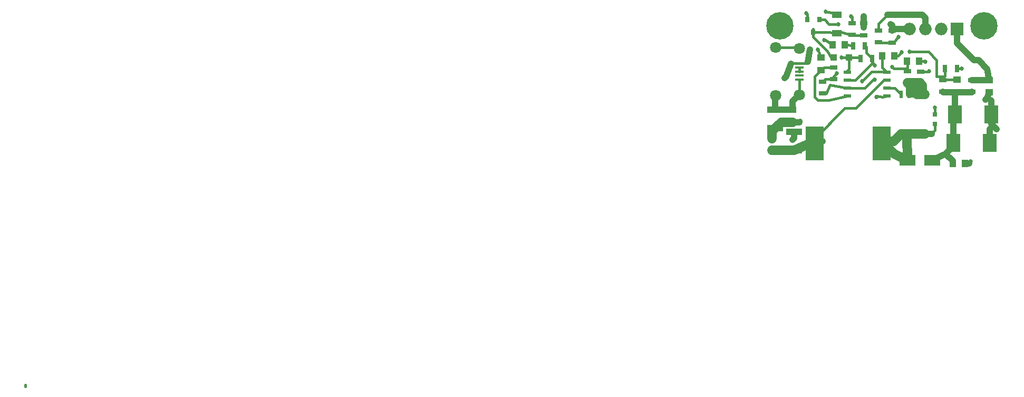
<source format=gtl>
G04 #@! TF.FileFunction,Copper,L1,Top,Signal*
%FSLAX46Y46*%
G04 Gerber Fmt 4.6, Leading zero omitted, Abs format (unit mm)*
G04 Created by KiCad (PCBNEW 4.0.7-e2-6376~60~ubuntu17.10.1) date Sun Feb  4 18:44:20 2018*
%MOMM*%
%LPD*%
G01*
G04 APERTURE LIST*
%ADD10C,0.100000*%
%ADD11R,0.800000X0.900000*%
%ADD12R,1.143000X0.508000*%
%ADD13R,1.350000X0.400000*%
%ADD14C,1.800000*%
%ADD15R,0.700000X1.300000*%
%ADD16R,1.300000X0.700000*%
%ADD17R,0.750000X0.800000*%
%ADD18R,1.000000X1.250000*%
%ADD19R,1.250000X1.000000*%
%ADD20R,0.508000X1.143000*%
%ADD21R,1.000000X1.000000*%
%ADD22C,4.400000*%
%ADD23R,2.900000X5.400000*%
%ADD24R,2.200000X3.000000*%
%ADD25O,1.998980X1.998980*%
%ADD26R,1.998980X1.998980*%
%ADD27R,2.500000X1.000000*%
%ADD28R,1.600000X1.000000*%
%ADD29R,2.500000X1.800000*%
%ADD30C,0.685800*%
%ADD31C,0.381000*%
%ADD32C,1.000000*%
%ADD33C,0.400000*%
%ADD34C,1.500000*%
G04 APERTURE END LIST*
D10*
D11*
X144968000Y-84344000D03*
X143068000Y-84344000D03*
X144018000Y-86344000D03*
D12*
X155829000Y-92837000D03*
X155829000Y-94107000D03*
X155829000Y-95377000D03*
X155829000Y-96647000D03*
X149479000Y-96647000D03*
X149479000Y-95377000D03*
X149479000Y-94107000D03*
X149479000Y-92837000D03*
D13*
X141812000Y-91410000D03*
X141812000Y-92060000D03*
X141812000Y-92710000D03*
X141812000Y-93360000D03*
X141812000Y-94010000D03*
D14*
X141812000Y-88985000D03*
X141787000Y-96435000D03*
X137987000Y-88835000D03*
X137987000Y-96585000D03*
D15*
X165166000Y-92202000D03*
X167066000Y-92202000D03*
D16*
X164846000Y-95946000D03*
X164846000Y-94046000D03*
X161277300Y-94650600D03*
X161277300Y-92750600D03*
X159143700Y-94523600D03*
X159143700Y-92623600D03*
D15*
X152308600Y-88544400D03*
X150408600Y-88544400D03*
X153464300Y-90601800D03*
X151564300Y-90601800D03*
D16*
X147320000Y-92014000D03*
X147320000Y-93914000D03*
X169456100Y-94084100D03*
X169456100Y-95984100D03*
X137414000Y-105344000D03*
X137414000Y-103444000D03*
D17*
X163576000Y-101080000D03*
X163576000Y-99580000D03*
D18*
X159020000Y-91059000D03*
X161020000Y-91059000D03*
D19*
X145288000Y-92440000D03*
X145288000Y-90440000D03*
D18*
X147082000Y-88392000D03*
X149082000Y-88392000D03*
D20*
X161925000Y-102743000D03*
X160655000Y-102743000D03*
X159385000Y-102743000D03*
X158115000Y-102743000D03*
X158115000Y-96393000D03*
X159385000Y-96393000D03*
X160655000Y-96393000D03*
X161925000Y-96393000D03*
D16*
X156667200Y-88046600D03*
X156667200Y-86146600D03*
D18*
X166386000Y-107442000D03*
X168386000Y-107442000D03*
D19*
X167132000Y-95996000D03*
X167132000Y-93996000D03*
D21*
X147258720Y-90434160D03*
X149758720Y-90434160D03*
D16*
X152120600Y-86852800D03*
X152120600Y-84952800D03*
X150215600Y-84902000D03*
X150215600Y-86802000D03*
D19*
X140716000Y-100822000D03*
X140716000Y-98822000D03*
D16*
X154457400Y-88008500D03*
X154457400Y-86108500D03*
D19*
X172275500Y-94046800D03*
X172275500Y-96046800D03*
D22*
X171450000Y-85344000D03*
X138684000Y-85344000D03*
D18*
X155057600Y-90220800D03*
X157057600Y-90220800D03*
D16*
X145542000Y-96200000D03*
X145542000Y-94300000D03*
D23*
X155006000Y-104267000D03*
X144206000Y-104267000D03*
D24*
X166518000Y-104140000D03*
X172318000Y-104140000D03*
X166772000Y-99568000D03*
X172572000Y-99568000D03*
D25*
X159512000Y-85852000D03*
D26*
X167132000Y-85852000D03*
D25*
X164592000Y-85852000D03*
X162052000Y-85852000D03*
D27*
X140970000Y-105386000D03*
X140970000Y-102386000D03*
D28*
X147828000Y-86590000D03*
X147828000Y-83590000D03*
D27*
X137922000Y-101830000D03*
X137922000Y-98830000D03*
D29*
X163099500Y-106997500D03*
X159099500Y-106997500D03*
D30*
X150114000Y-83820000D03*
X140716000Y-103632000D03*
X144780000Y-89154000D03*
X146050000Y-83058000D03*
X142875000Y-83350100D03*
X162585400Y-92684600D03*
X162026600Y-91097100D03*
X158165800Y-89623900D03*
X154178000Y-96774000D03*
X163576000Y-98450400D03*
X167830500Y-92252800D03*
X171691300Y-97256600D03*
X172478700Y-97282000D03*
X173405800Y-101942900D03*
X172415200Y-101904800D03*
X169329100Y-107149900D03*
X145796000Y-87630000D03*
X148590000Y-90424000D03*
X156718000Y-91948000D03*
X153924000Y-93980000D03*
X141986000Y-100584000D03*
X139446000Y-93726000D03*
X143510000Y-89154000D03*
X152120600Y-85572600D03*
X152146000Y-83820000D03*
X156464000Y-85090000D03*
X159512000Y-89535000D03*
X153924000Y-91694000D03*
X151892000Y-94234000D03*
X147828000Y-92964000D03*
X148082000Y-85090000D03*
X157734000Y-87122000D03*
D31*
X17526000Y-143263300D02*
X17526000Y-142989300D01*
X137987000Y-88835000D02*
X141662000Y-88835000D01*
X141662000Y-88835000D02*
X141812000Y-88985000D01*
X141812000Y-94010000D02*
X141812000Y-96410000D01*
X141812000Y-96410000D02*
X141787000Y-96435000D01*
X150215600Y-84902000D02*
X150215600Y-83921600D01*
X150215600Y-83921600D02*
X150114000Y-83820000D01*
D32*
X140970000Y-102386000D02*
X140970000Y-103378000D01*
X140970000Y-103378000D02*
X140716000Y-103632000D01*
X140716000Y-98822000D02*
X137930000Y-98822000D01*
X137930000Y-98822000D02*
X137922000Y-98830000D01*
X140716000Y-98822000D02*
X140716000Y-97506000D01*
X140716000Y-97506000D02*
X141787000Y-96435000D01*
X137922000Y-98830000D02*
X137922000Y-96650000D01*
X137922000Y-96650000D02*
X137987000Y-96585000D01*
D31*
X145288000Y-90440000D02*
X144764000Y-89170000D01*
X144764000Y-89170000D02*
X144780000Y-89154000D01*
X147828000Y-83590000D02*
X147828000Y-83413600D01*
X147828000Y-83413600D02*
X146050000Y-83058000D01*
X143068000Y-84344000D02*
X143068000Y-83543100D01*
X143068000Y-83543100D02*
X142875000Y-83350100D01*
X161277300Y-92750600D02*
X162519400Y-92750600D01*
X162519400Y-92750600D02*
X162585400Y-92684600D01*
X161020000Y-91059000D02*
X161988500Y-91059000D01*
X161988500Y-91059000D02*
X162026600Y-91097100D01*
X157057600Y-90220800D02*
X157568900Y-90220800D01*
X157568900Y-90220800D02*
X158165800Y-89623900D01*
X155194000Y-96774000D02*
X154178000Y-96634300D01*
X154178000Y-96634300D02*
X154178000Y-96774000D01*
X155829000Y-96647000D02*
X155194000Y-96774000D01*
X163576000Y-99580000D02*
X163576000Y-98450400D01*
X167066000Y-92202000D02*
X167779700Y-92202000D01*
X167779700Y-92202000D02*
X167830500Y-92252800D01*
D32*
X172572000Y-99568000D02*
X172572000Y-97375300D01*
X171958000Y-96989900D02*
X172275500Y-96046800D01*
X171691300Y-97256600D02*
X171958000Y-96989900D01*
X172572000Y-97375300D02*
X172478700Y-97282000D01*
X172318000Y-104140000D02*
X172318000Y-102002000D01*
X172572000Y-101109100D02*
X172572000Y-99568000D01*
X173405800Y-101942900D02*
X172572000Y-101109100D01*
X172318000Y-102002000D02*
X172415200Y-101904800D01*
X168386000Y-107442000D02*
X169037000Y-107442000D01*
D31*
X169037000Y-107442000D02*
X169329100Y-107149900D01*
X149758720Y-90434160D02*
X148600160Y-90434160D01*
X145872200Y-87553800D02*
X147082000Y-88392000D01*
X145796000Y-87630000D02*
X145872200Y-87553800D01*
X148600160Y-90434160D02*
X148590000Y-90424000D01*
X149758720Y-90434160D02*
X151396660Y-90434160D01*
X151396660Y-90434160D02*
X151564300Y-90601800D01*
X149479000Y-92837000D02*
X149479000Y-92583000D01*
X149479000Y-92583000D02*
X149758720Y-92303280D01*
X149758720Y-92303280D02*
X149758720Y-90434160D01*
X150408600Y-88544400D02*
X149107400Y-88366600D01*
X149107400Y-88366600D02*
X149082000Y-88392000D01*
X147320000Y-92014000D02*
X145714000Y-92014000D01*
X145714000Y-92014000D02*
X145288000Y-92440000D01*
D33*
X145288000Y-92440000D02*
X144780000Y-92964000D01*
X146558000Y-97282000D02*
X149479000Y-96647000D01*
X144780000Y-97282000D02*
X146558000Y-97282000D01*
X144272000Y-96774000D02*
X144780000Y-97282000D01*
X144272000Y-93472000D02*
X144272000Y-96774000D01*
X144780000Y-92964000D02*
X144272000Y-93472000D01*
D31*
X149479000Y-95377000D02*
X152273000Y-95377000D01*
X156972000Y-92202000D02*
X159143700Y-92202000D01*
X156718000Y-91948000D02*
X156972000Y-92202000D01*
X153670000Y-93980000D02*
X153924000Y-93980000D01*
X152273000Y-95377000D02*
X153670000Y-93980000D01*
X145542000Y-96200000D02*
X146116000Y-96200000D01*
X146116000Y-96200000D02*
X146685000Y-94869000D01*
X146685000Y-94869000D02*
X149479000Y-95377000D01*
X159143700Y-92623600D02*
X159143700Y-92202000D01*
X159143700Y-92202000D02*
X159143700Y-91182700D01*
X159143700Y-91182700D02*
X159020000Y-91059000D01*
D32*
X161925000Y-102743000D02*
X162991800Y-102743000D01*
D31*
X163576000Y-102158800D02*
X163576000Y-101080000D01*
X162991800Y-102743000D02*
X163576000Y-102158800D01*
D34*
X159099500Y-106997500D02*
X157038000Y-105918000D01*
X157038000Y-105918000D02*
X155006000Y-103886000D01*
X159099500Y-106997500D02*
X159036000Y-103092000D01*
D32*
X159036000Y-103092000D02*
X159385000Y-102743000D01*
D34*
X160655000Y-102743000D02*
X161925000Y-102743000D01*
X159385000Y-102743000D02*
X160655000Y-102743000D01*
X155006000Y-103886000D02*
X156972000Y-103886000D01*
X156972000Y-103886000D02*
X158115000Y-102743000D01*
X158115000Y-102743000D02*
X159385000Y-102743000D01*
D32*
X169456100Y-94084100D02*
X172238200Y-94084100D01*
X172238200Y-94084100D02*
X172275500Y-94046800D01*
X170548300Y-90893900D02*
X169824400Y-90893900D01*
X171958000Y-92303600D02*
X170548300Y-90893900D01*
X172275500Y-94046800D02*
X171958000Y-92303600D01*
X167132000Y-88201500D02*
X167132000Y-85852000D01*
X169824400Y-90893900D02*
X167132000Y-88201500D01*
D33*
X155829000Y-95377000D02*
X157099000Y-95377000D01*
X157099000Y-95377000D02*
X158115000Y-96393000D01*
D34*
X160655000Y-96393000D02*
X160655000Y-94523600D01*
X160655000Y-94523600D02*
X160436600Y-94742000D01*
X160274000Y-94742000D02*
X160274000Y-94523600D01*
X160436600Y-94742000D02*
X160274000Y-94742000D01*
X161544000Y-96393000D02*
X161544000Y-94917300D01*
X161544000Y-94917300D02*
X161277300Y-94650600D01*
X159143700Y-94523600D02*
X160274000Y-94523600D01*
X160274000Y-94523600D02*
X161150300Y-94523600D01*
X161150300Y-94523600D02*
X161277300Y-94650600D01*
D32*
X159385000Y-96393000D02*
X159385000Y-94764900D01*
D34*
X159385000Y-94764900D02*
X159143700Y-94523600D01*
D32*
X160655000Y-96393000D02*
X159385000Y-96393000D01*
D34*
X161925000Y-96393000D02*
X161544000Y-96393000D01*
X161544000Y-96393000D02*
X160655000Y-96393000D01*
D31*
X141812000Y-91410000D02*
X140462000Y-91410000D01*
X142544000Y-91410000D02*
X140462000Y-91410000D01*
D32*
X139446000Y-93726000D02*
X139700000Y-93472000D01*
X139700000Y-93472000D02*
X140432000Y-91440000D01*
D33*
X141748000Y-100822000D02*
X141986000Y-100584000D01*
D32*
X141748000Y-100822000D02*
X140716000Y-100822000D01*
D31*
X140462000Y-91410000D02*
X140432000Y-91440000D01*
X142544000Y-91410000D02*
X142916074Y-91340261D01*
D32*
X143510000Y-89154000D02*
X143140074Y-91116261D01*
D31*
X142916074Y-91340261D02*
X143140074Y-91116261D01*
D32*
X152120600Y-84952800D02*
X152120600Y-85572600D01*
X152120600Y-85572600D02*
X152146000Y-85598000D01*
X156667200Y-86146600D02*
X156667200Y-85293200D01*
X152120600Y-83845400D02*
X152120600Y-84952800D01*
X152146000Y-83820000D02*
X152120600Y-83845400D01*
X156667200Y-85293200D02*
X156464000Y-85090000D01*
X159512000Y-85852000D02*
X156961800Y-85852000D01*
X156961800Y-85852000D02*
X156667200Y-86146600D01*
D34*
X140716000Y-100822000D02*
X138930000Y-100822000D01*
X138930000Y-100822000D02*
X137922000Y-101830000D01*
X137414000Y-103444000D02*
X137414000Y-102338000D01*
X137414000Y-102338000D02*
X137922000Y-101830000D01*
D31*
X141812000Y-92060000D02*
X141812000Y-92710000D01*
D32*
X167132000Y-95996000D02*
X164896000Y-95996000D01*
X164896000Y-95996000D02*
X164846000Y-95946000D01*
X167132000Y-95996000D02*
X169444200Y-95996000D01*
X169444200Y-95996000D02*
X169456100Y-95984100D01*
X166772000Y-99568000D02*
X166772000Y-96356000D01*
X166772000Y-96356000D02*
X167132000Y-95996000D01*
X166518000Y-104140000D02*
X166518000Y-99822000D01*
X166518000Y-99822000D02*
X166772000Y-99568000D01*
X166386000Y-107442000D02*
X166386000Y-107064300D01*
X166386000Y-107064300D02*
X165239700Y-105918000D01*
X165239700Y-105918000D02*
X163099500Y-106997500D01*
X166518000Y-104140000D02*
X166518000Y-104639700D01*
X166518000Y-104639700D02*
X165239700Y-105918000D01*
X165239700Y-105918000D02*
X163099500Y-106997500D01*
D31*
X159512000Y-89535000D02*
X160401000Y-89535000D01*
X163830000Y-93472000D02*
X163830000Y-90868500D01*
X163830000Y-90868500D02*
X162496500Y-89535000D01*
X162496500Y-89535000D02*
X160401000Y-89535000D01*
X160401000Y-89535000D02*
X159575500Y-89535000D01*
D33*
X165166000Y-93406000D02*
X165100000Y-93472000D01*
X163830000Y-93472000D02*
X165100000Y-93472000D01*
X153924000Y-91694000D02*
X153464300Y-91234300D01*
X164846000Y-94046000D02*
X164846000Y-93726000D01*
X164846000Y-93726000D02*
X165166000Y-93406000D01*
X165166000Y-93406000D02*
X165166000Y-92202000D01*
X165166000Y-92202000D02*
X165166000Y-93406000D01*
X153464300Y-90601800D02*
X153464300Y-91234300D01*
D31*
X149479000Y-94107000D02*
X150749000Y-94107000D01*
X153464300Y-91391700D02*
X153464300Y-90601800D01*
X150749000Y-94107000D02*
X153464300Y-91391700D01*
X153464300Y-90601800D02*
X152524500Y-89662000D01*
X152524500Y-89662000D02*
X152524500Y-88760300D01*
X152524500Y-88760300D02*
X152308600Y-88544400D01*
X167132000Y-93996000D02*
X164896000Y-93996000D01*
X164896000Y-93996000D02*
X164846000Y-94046000D01*
X147258720Y-90434160D02*
X146822160Y-90434160D01*
X146822160Y-90434160D02*
X146304000Y-89408000D01*
X146304000Y-89408000D02*
X145796000Y-88900000D01*
X145796000Y-88900000D02*
X144018000Y-87122000D01*
X144018000Y-87122000D02*
X144018000Y-85852000D01*
X144018000Y-85852000D02*
X144018000Y-86344000D01*
D33*
X149961600Y-86802000D02*
X147920800Y-86243200D01*
X147920800Y-86243200D02*
X147828000Y-86590000D01*
X152120600Y-86852800D02*
X150012400Y-86852800D01*
X150012400Y-86852800D02*
X149961600Y-86802000D01*
D31*
X147828000Y-86590000D02*
X146558000Y-86360000D01*
X146558000Y-86360000D02*
X144018000Y-86344000D01*
D33*
X154457400Y-86108500D02*
X154457400Y-85064600D01*
D32*
X162052000Y-84074000D02*
X162052000Y-85852000D01*
X161544000Y-83566000D02*
X162052000Y-84074000D01*
X155956000Y-83566000D02*
X161544000Y-83566000D01*
D33*
X154457400Y-85064600D02*
X155956000Y-83566000D01*
D31*
X155057600Y-90220800D02*
X155057600Y-92065600D01*
X155057600Y-92065600D02*
X155829000Y-92837000D01*
X147320000Y-93914000D02*
X147320000Y-93472000D01*
X153416000Y-92710000D02*
X155702000Y-92710000D01*
X151892000Y-94234000D02*
X153416000Y-92710000D01*
X147320000Y-93472000D02*
X147828000Y-92964000D01*
X155702000Y-92710000D02*
X155829000Y-92837000D01*
X147320000Y-93914000D02*
X145928000Y-93914000D01*
X145928000Y-93914000D02*
X145542000Y-94300000D01*
D32*
X144206000Y-103886000D02*
X144206000Y-103444000D01*
D33*
X144206000Y-103444000D02*
X149098000Y-98552000D01*
X150876000Y-98552000D02*
X155321000Y-94107000D01*
X149098000Y-98552000D02*
X150876000Y-98552000D01*
X155321000Y-94107000D02*
X155829000Y-94107000D01*
D32*
X144206000Y-103886000D02*
X145542000Y-103886000D01*
D34*
X140970000Y-105386000D02*
X137456000Y-105386000D01*
X137456000Y-105386000D02*
X137414000Y-105344000D01*
X144206000Y-103886000D02*
X144206000Y-103886000D01*
X144206000Y-103886000D02*
X140970000Y-105386000D01*
D31*
X145812000Y-84344000D02*
X146558000Y-85090000D01*
X146558000Y-85090000D02*
X148082000Y-85090000D01*
X144968000Y-84344000D02*
X145812000Y-84344000D01*
X157734000Y-87122000D02*
X156809400Y-88046600D01*
X156809400Y-88046600D02*
X156667200Y-88046600D01*
D33*
X156667200Y-88046600D02*
X154495500Y-88046600D01*
X154495500Y-88046600D02*
X154457400Y-88008500D01*
M02*

</source>
